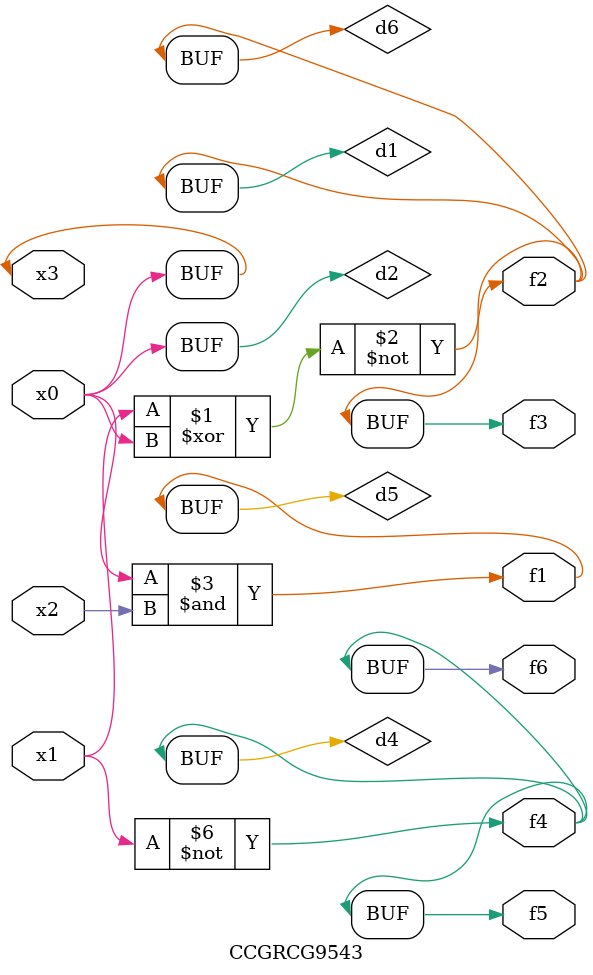
<source format=v>
module CCGRCG9543(
	input x0, x1, x2, x3,
	output f1, f2, f3, f4, f5, f6
);

	wire d1, d2, d3, d4, d5, d6;

	xnor (d1, x1, x3);
	buf (d2, x0, x3);
	nand (d3, x0, x2);
	not (d4, x1);
	nand (d5, d3);
	or (d6, d1);
	assign f1 = d5;
	assign f2 = d6;
	assign f3 = d6;
	assign f4 = d4;
	assign f5 = d4;
	assign f6 = d4;
endmodule

</source>
